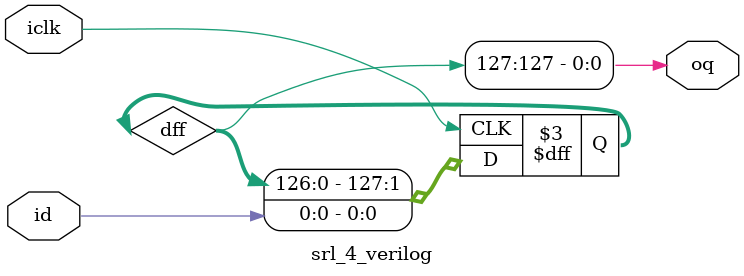
<source format=v>
`timescale 1ns / 1ps

module srl_4_verilog(
    input id,
    input iclk,
    output oq
    );
	 
    parameter SRL_LENGTH = 128;
	 
    reg [SRL_LENGTH-1:0] dff;
	 
    integer i;
    
    always @(posedge iclk) begin
	 
    	dff[0] <= id;
		
    	for (i = 0; i < SRL_LENGTH-1; i = i+1) begin
    		dff[i + 1] <= dff[i];
    	end
		
    end
    
    assign oq = dff[SRL_LENGTH-1];
    
endmodule

</source>
